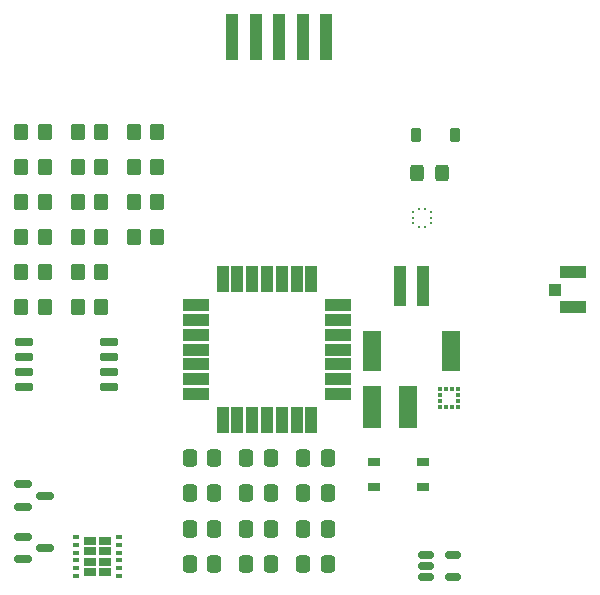
<source format=gbr>
%TF.GenerationSoftware,KiCad,Pcbnew,7.0.8-7.0.8~ubuntu22.04.1*%
%TF.CreationDate,2023-10-21T10:39:40-04:00*%
%TF.ProjectId,DDRN_Hardware,4444524e-5f48-4617-9264-776172652e6b,rev?*%
%TF.SameCoordinates,Original*%
%TF.FileFunction,Paste,Top*%
%TF.FilePolarity,Positive*%
%FSLAX46Y46*%
G04 Gerber Fmt 4.6, Leading zero omitted, Abs format (unit mm)*
G04 Created by KiCad (PCBNEW 7.0.8-7.0.8~ubuntu22.04.1) date 2023-10-21 10:39:40*
%MOMM*%
%LPD*%
G01*
G04 APERTURE LIST*
G04 Aperture macros list*
%AMRoundRect*
0 Rectangle with rounded corners*
0 $1 Rounding radius*
0 $2 $3 $4 $5 $6 $7 $8 $9 X,Y pos of 4 corners*
0 Add a 4 corners polygon primitive as box body*
4,1,4,$2,$3,$4,$5,$6,$7,$8,$9,$2,$3,0*
0 Add four circle primitives for the rounded corners*
1,1,$1+$1,$2,$3*
1,1,$1+$1,$4,$5*
1,1,$1+$1,$6,$7*
1,1,$1+$1,$8,$9*
0 Add four rect primitives between the rounded corners*
20,1,$1+$1,$2,$3,$4,$5,0*
20,1,$1+$1,$4,$5,$6,$7,0*
20,1,$1+$1,$6,$7,$8,$9,0*
20,1,$1+$1,$8,$9,$2,$3,0*%
G04 Aperture macros list end*
%ADD10R,1.000000X4.000000*%
%ADD11R,1.050000X0.650000*%
%ADD12R,1.050000X1.000000*%
%ADD13R,2.200000X1.050000*%
%ADD14RoundRect,0.150000X-0.512500X-0.150000X0.512500X-0.150000X0.512500X0.150000X-0.512500X0.150000X0*%
%ADD15R,0.430000X0.350000*%
%ADD16R,0.350000X0.430000*%
%ADD17RoundRect,0.150000X-0.650000X-0.150000X0.650000X-0.150000X0.650000X0.150000X-0.650000X0.150000X0*%
%ADD18R,0.275000X0.250000*%
%ADD19R,0.250000X0.275000*%
%ADD20R,1.100000X0.700000*%
%ADD21R,0.630000X0.360000*%
%ADD22R,2.300000X1.000000*%
%ADD23R,1.000000X2.300000*%
%ADD24RoundRect,0.250000X-0.350000X-0.450000X0.350000X-0.450000X0.350000X0.450000X-0.350000X0.450000X0*%
%ADD25RoundRect,0.150000X-0.587500X-0.150000X0.587500X-0.150000X0.587500X0.150000X-0.587500X0.150000X0*%
%ADD26R,1.500000X3.600000*%
%ADD27R,1.500000X3.400000*%
%ADD28R,1.000000X3.500000*%
%ADD29RoundRect,0.250000X-0.325000X-0.450000X0.325000X-0.450000X0.325000X0.450000X-0.325000X0.450000X0*%
%ADD30RoundRect,0.225000X-0.225000X-0.375000X0.225000X-0.375000X0.225000X0.375000X-0.225000X0.375000X0*%
%ADD31RoundRect,0.250000X-0.337500X-0.475000X0.337500X-0.475000X0.337500X0.475000X-0.337500X0.475000X0*%
G04 APERTURE END LIST*
D10*
%TO.C,J8*%
X141700000Y-76200000D03*
X139700000Y-76200000D03*
X137700000Y-76200000D03*
X135700000Y-76200000D03*
X133700000Y-76200000D03*
%TD*%
D11*
%TO.C,SW1*%
X145710000Y-112150000D03*
X149860000Y-112150000D03*
X149860000Y-114300000D03*
X145710000Y-114300000D03*
%TD*%
D12*
%TO.C,J2*%
X161035000Y-97585000D03*
D13*
X162560000Y-99060000D03*
X162560000Y-96110000D03*
%TD*%
D14*
%TO.C,U6*%
X150125000Y-120020000D03*
X150125000Y-120970000D03*
X150125000Y-121920000D03*
X152400000Y-121920000D03*
X152400000Y-120020000D03*
%TD*%
D15*
%TO.C,U5*%
X151322500Y-105997500D03*
X151322500Y-106497500D03*
X151322500Y-106997500D03*
X151322500Y-107497500D03*
D16*
X151817500Y-107492500D03*
X152317500Y-107492500D03*
D15*
X152812500Y-107497500D03*
X152812500Y-106997500D03*
X152812500Y-106497500D03*
X152812500Y-105997500D03*
D16*
X152317500Y-106002500D03*
X151817500Y-106002500D03*
%TD*%
D17*
%TO.C,U4*%
X116082500Y-101965000D03*
X116082500Y-103235000D03*
X116082500Y-104505000D03*
X116082500Y-105775000D03*
X123282500Y-105775000D03*
X123282500Y-104505000D03*
X123282500Y-103235000D03*
X123282500Y-101965000D03*
%TD*%
D18*
%TO.C,U3*%
X149030000Y-90962500D03*
X149030000Y-91462500D03*
X150555000Y-90962500D03*
X150555000Y-91462500D03*
X149030000Y-91962500D03*
X150555000Y-91962500D03*
D19*
X150042500Y-90700000D03*
X149542500Y-90700000D03*
X150042500Y-92225000D03*
X149542500Y-92225000D03*
%TD*%
D20*
%TO.C,U2*%
X122982500Y-120592500D03*
X122982500Y-118822500D03*
X121662500Y-120592500D03*
X122982500Y-119707500D03*
X121662500Y-119707500D03*
X121662500Y-121477500D03*
X122982500Y-121477500D03*
X121662500Y-118822500D03*
D21*
X120487500Y-118525000D03*
X120487500Y-119175000D03*
X120487500Y-119825000D03*
X120487500Y-120475000D03*
X120487500Y-121125000D03*
X120487500Y-121775000D03*
X124157500Y-121775000D03*
X124157500Y-121125000D03*
X124157500Y-120475000D03*
X124157500Y-119825000D03*
X124157500Y-119175000D03*
X124157500Y-118525000D03*
%TD*%
D22*
%TO.C,U1*%
X130674853Y-102645000D03*
X130674853Y-101395000D03*
X130674853Y-100145000D03*
X130674853Y-98895000D03*
X130674853Y-103895000D03*
X130674853Y-105145000D03*
X130674853Y-106395000D03*
D23*
X136674853Y-108645000D03*
X135424853Y-108645000D03*
X134174853Y-108645000D03*
X132924853Y-108645000D03*
X137924853Y-108645000D03*
X139174853Y-108645000D03*
X140424853Y-108645000D03*
D22*
X142674853Y-102645000D03*
X142674853Y-103895000D03*
X142674853Y-105145000D03*
X142674853Y-106395000D03*
X142674853Y-101395000D03*
X142674853Y-100145000D03*
X142674853Y-98895000D03*
D23*
X136674853Y-96645000D03*
X137924853Y-96645000D03*
X139174853Y-96645000D03*
X140424853Y-96645000D03*
X135424853Y-96645000D03*
X134174853Y-96645000D03*
X132924853Y-96645000D03*
%TD*%
D24*
%TO.C,R16*%
X125382500Y-93110000D03*
X127382500Y-93110000D03*
%TD*%
%TO.C,R15*%
X125382500Y-90160000D03*
X127382500Y-90160000D03*
%TD*%
%TO.C,R14*%
X125382500Y-87210000D03*
X127382500Y-87210000D03*
%TD*%
%TO.C,R13*%
X125382500Y-84260000D03*
X127382500Y-84260000D03*
%TD*%
%TO.C,R12*%
X120632500Y-99010000D03*
X122632500Y-99010000D03*
%TD*%
%TO.C,R11*%
X120632500Y-96060000D03*
X122632500Y-96060000D03*
%TD*%
%TO.C,R10*%
X120632500Y-93110000D03*
X122632500Y-93110000D03*
%TD*%
%TO.C,R9*%
X120632500Y-90160000D03*
X122632500Y-90160000D03*
%TD*%
%TO.C,R8*%
X120632500Y-87210000D03*
X122632500Y-87210000D03*
%TD*%
%TO.C,R7*%
X120632500Y-84260000D03*
X122632500Y-84260000D03*
%TD*%
%TO.C,R6*%
X115882500Y-99010000D03*
X117882500Y-99010000D03*
%TD*%
%TO.C,R5*%
X115882500Y-96060000D03*
X117882500Y-96060000D03*
%TD*%
%TO.C,R4*%
X115882500Y-93110000D03*
X117882500Y-93110000D03*
%TD*%
%TO.C,R3*%
X115882500Y-90160000D03*
X117882500Y-90160000D03*
%TD*%
%TO.C,R2*%
X115882500Y-87210000D03*
X117882500Y-87210000D03*
%TD*%
%TO.C,R1*%
X115882500Y-84260000D03*
X117882500Y-84260000D03*
%TD*%
D25*
%TO.C,Q2*%
X116015000Y-118500000D03*
X116015000Y-120400000D03*
X117890000Y-119450000D03*
%TD*%
%TO.C,Q1*%
X116015000Y-114050000D03*
X116015000Y-115950000D03*
X117890000Y-115000000D03*
%TD*%
D26*
%TO.C,L1*%
X145567500Y-107527000D03*
X148617500Y-107527000D03*
%TD*%
D27*
%TO.C,J3*%
X145567500Y-102745000D03*
X152267500Y-102745000D03*
D28*
X147917500Y-97245000D03*
X149917500Y-97245000D03*
%TD*%
D29*
%TO.C,D2*%
X149412500Y-87655000D03*
X151462500Y-87655000D03*
%TD*%
D30*
%TO.C,D1*%
X149287500Y-84460000D03*
X152587500Y-84460000D03*
%TD*%
D31*
%TO.C,C12*%
X139745000Y-120830000D03*
X141820000Y-120830000D03*
%TD*%
%TO.C,C11*%
X139745000Y-117820000D03*
X141820000Y-117820000D03*
%TD*%
%TO.C,C10*%
X139745000Y-114810000D03*
X141820000Y-114810000D03*
%TD*%
%TO.C,C9*%
X139745000Y-111800000D03*
X141820000Y-111800000D03*
%TD*%
%TO.C,C8*%
X134935000Y-120830000D03*
X137010000Y-120830000D03*
%TD*%
%TO.C,C7*%
X134935000Y-117820000D03*
X137010000Y-117820000D03*
%TD*%
%TO.C,C6*%
X134935000Y-114810000D03*
X137010000Y-114810000D03*
%TD*%
%TO.C,C5*%
X134935000Y-111800000D03*
X137010000Y-111800000D03*
%TD*%
%TO.C,C4*%
X130125000Y-120830000D03*
X132200000Y-120830000D03*
%TD*%
%TO.C,C3*%
X130125000Y-117820000D03*
X132200000Y-117820000D03*
%TD*%
%TO.C,C2*%
X130125000Y-114810000D03*
X132200000Y-114810000D03*
%TD*%
%TO.C,C1*%
X130125000Y-111800000D03*
X132200000Y-111800000D03*
%TD*%
M02*

</source>
